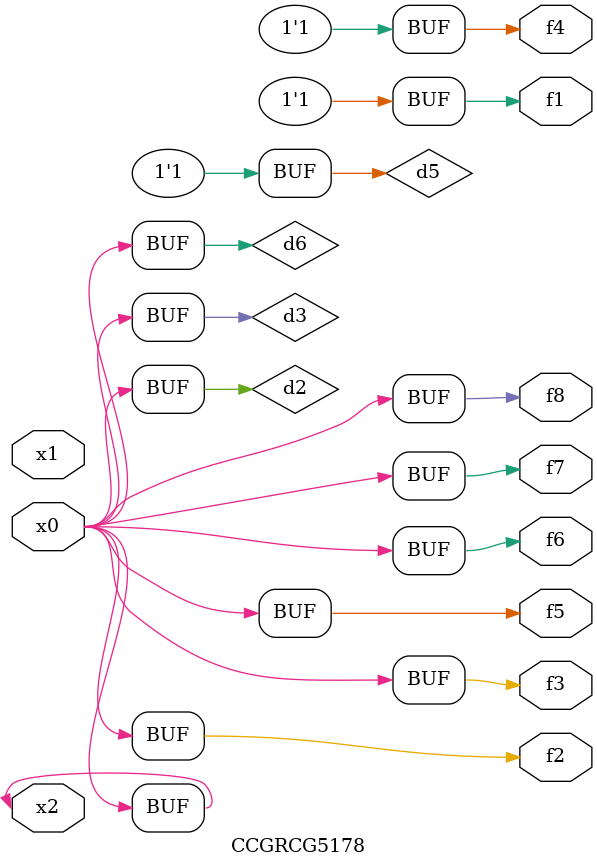
<source format=v>
module CCGRCG5178(
	input x0, x1, x2,
	output f1, f2, f3, f4, f5, f6, f7, f8
);

	wire d1, d2, d3, d4, d5, d6;

	xnor (d1, x2);
	buf (d2, x0, x2);
	and (d3, x0);
	xnor (d4, x1, x2);
	nand (d5, d1, d3);
	buf (d6, d2, d3);
	assign f1 = d5;
	assign f2 = d6;
	assign f3 = d6;
	assign f4 = d5;
	assign f5 = d6;
	assign f6 = d6;
	assign f7 = d6;
	assign f8 = d6;
endmodule

</source>
